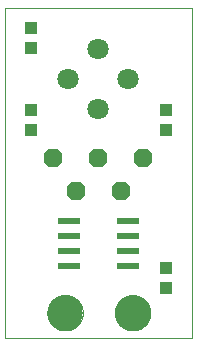
<source format=gbs>
G04 EAGLE Gerber RS-274X export*
G75*
%MOMM*%
%FSLAX34Y34*%
%LPD*%
%INSolder Mask bottom*%
%IPPOS*%
%AMOC8*
5,1,8,0,0,1.08239X$1,22.5*%
G01*
%ADD10C,0.000000*%
%ADD11C,3.000000*%
%ADD12C,1.800000*%
%ADD13R,1.000000X1.100000*%
%ADD14R,1.100000X1.000000*%
%ADD15R,1.981200X0.558800*%
%ADD16P,1.732040X8X22.500000*%


D10*
X845725Y656175D02*
X845730Y656543D01*
X845743Y656911D01*
X845766Y657278D01*
X845797Y657645D01*
X845838Y658011D01*
X845887Y658376D01*
X845946Y658739D01*
X846013Y659101D01*
X846089Y659462D01*
X846175Y659820D01*
X846268Y660176D01*
X846371Y660529D01*
X846482Y660880D01*
X846602Y661228D01*
X846730Y661573D01*
X846867Y661915D01*
X847012Y662254D01*
X847165Y662588D01*
X847327Y662919D01*
X847496Y663246D01*
X847674Y663568D01*
X847859Y663887D01*
X848052Y664200D01*
X848253Y664509D01*
X848461Y664812D01*
X848677Y665110D01*
X848900Y665403D01*
X849130Y665691D01*
X849367Y665973D01*
X849611Y666248D01*
X849861Y666518D01*
X850118Y666782D01*
X850382Y667039D01*
X850652Y667289D01*
X850927Y667533D01*
X851209Y667770D01*
X851497Y668000D01*
X851790Y668223D01*
X852088Y668439D01*
X852391Y668647D01*
X852700Y668848D01*
X853013Y669041D01*
X853332Y669226D01*
X853654Y669404D01*
X853981Y669573D01*
X854312Y669735D01*
X854646Y669888D01*
X854985Y670033D01*
X855327Y670170D01*
X855672Y670298D01*
X856020Y670418D01*
X856371Y670529D01*
X856724Y670632D01*
X857080Y670725D01*
X857438Y670811D01*
X857799Y670887D01*
X858161Y670954D01*
X858524Y671013D01*
X858889Y671062D01*
X859255Y671103D01*
X859622Y671134D01*
X859989Y671157D01*
X860357Y671170D01*
X860725Y671175D01*
X861093Y671170D01*
X861461Y671157D01*
X861828Y671134D01*
X862195Y671103D01*
X862561Y671062D01*
X862926Y671013D01*
X863289Y670954D01*
X863651Y670887D01*
X864012Y670811D01*
X864370Y670725D01*
X864726Y670632D01*
X865079Y670529D01*
X865430Y670418D01*
X865778Y670298D01*
X866123Y670170D01*
X866465Y670033D01*
X866804Y669888D01*
X867138Y669735D01*
X867469Y669573D01*
X867796Y669404D01*
X868118Y669226D01*
X868437Y669041D01*
X868750Y668848D01*
X869059Y668647D01*
X869362Y668439D01*
X869660Y668223D01*
X869953Y668000D01*
X870241Y667770D01*
X870523Y667533D01*
X870798Y667289D01*
X871068Y667039D01*
X871332Y666782D01*
X871589Y666518D01*
X871839Y666248D01*
X872083Y665973D01*
X872320Y665691D01*
X872550Y665403D01*
X872773Y665110D01*
X872989Y664812D01*
X873197Y664509D01*
X873398Y664200D01*
X873591Y663887D01*
X873776Y663568D01*
X873954Y663246D01*
X874123Y662919D01*
X874285Y662588D01*
X874438Y662254D01*
X874583Y661915D01*
X874720Y661573D01*
X874848Y661228D01*
X874968Y660880D01*
X875079Y660529D01*
X875182Y660176D01*
X875275Y659820D01*
X875361Y659462D01*
X875437Y659101D01*
X875504Y658739D01*
X875563Y658376D01*
X875612Y658011D01*
X875653Y657645D01*
X875684Y657278D01*
X875707Y656911D01*
X875720Y656543D01*
X875725Y656175D01*
X875720Y655807D01*
X875707Y655439D01*
X875684Y655072D01*
X875653Y654705D01*
X875612Y654339D01*
X875563Y653974D01*
X875504Y653611D01*
X875437Y653249D01*
X875361Y652888D01*
X875275Y652530D01*
X875182Y652174D01*
X875079Y651821D01*
X874968Y651470D01*
X874848Y651122D01*
X874720Y650777D01*
X874583Y650435D01*
X874438Y650096D01*
X874285Y649762D01*
X874123Y649431D01*
X873954Y649104D01*
X873776Y648782D01*
X873591Y648463D01*
X873398Y648150D01*
X873197Y647841D01*
X872989Y647538D01*
X872773Y647240D01*
X872550Y646947D01*
X872320Y646659D01*
X872083Y646377D01*
X871839Y646102D01*
X871589Y645832D01*
X871332Y645568D01*
X871068Y645311D01*
X870798Y645061D01*
X870523Y644817D01*
X870241Y644580D01*
X869953Y644350D01*
X869660Y644127D01*
X869362Y643911D01*
X869059Y643703D01*
X868750Y643502D01*
X868437Y643309D01*
X868118Y643124D01*
X867796Y642946D01*
X867469Y642777D01*
X867138Y642615D01*
X866804Y642462D01*
X866465Y642317D01*
X866123Y642180D01*
X865778Y642052D01*
X865430Y641932D01*
X865079Y641821D01*
X864726Y641718D01*
X864370Y641625D01*
X864012Y641539D01*
X863651Y641463D01*
X863289Y641396D01*
X862926Y641337D01*
X862561Y641288D01*
X862195Y641247D01*
X861828Y641216D01*
X861461Y641193D01*
X861093Y641180D01*
X860725Y641175D01*
X860357Y641180D01*
X859989Y641193D01*
X859622Y641216D01*
X859255Y641247D01*
X858889Y641288D01*
X858524Y641337D01*
X858161Y641396D01*
X857799Y641463D01*
X857438Y641539D01*
X857080Y641625D01*
X856724Y641718D01*
X856371Y641821D01*
X856020Y641932D01*
X855672Y642052D01*
X855327Y642180D01*
X854985Y642317D01*
X854646Y642462D01*
X854312Y642615D01*
X853981Y642777D01*
X853654Y642946D01*
X853332Y643124D01*
X853013Y643309D01*
X852700Y643502D01*
X852391Y643703D01*
X852088Y643911D01*
X851790Y644127D01*
X851497Y644350D01*
X851209Y644580D01*
X850927Y644817D01*
X850652Y645061D01*
X850382Y645311D01*
X850118Y645568D01*
X849861Y645832D01*
X849611Y646102D01*
X849367Y646377D01*
X849130Y646659D01*
X848900Y646947D01*
X848677Y647240D01*
X848461Y647538D01*
X848253Y647841D01*
X848052Y648150D01*
X847859Y648463D01*
X847674Y648782D01*
X847496Y649104D01*
X847327Y649431D01*
X847165Y649762D01*
X847012Y650096D01*
X846867Y650435D01*
X846730Y650777D01*
X846602Y651122D01*
X846482Y651470D01*
X846371Y651821D01*
X846268Y652174D01*
X846175Y652530D01*
X846089Y652888D01*
X846013Y653249D01*
X845946Y653611D01*
X845887Y653974D01*
X845838Y654339D01*
X845797Y654705D01*
X845766Y655072D01*
X845743Y655439D01*
X845730Y655807D01*
X845725Y656175D01*
D11*
X860725Y656175D03*
D10*
X902875Y656175D02*
X902880Y656543D01*
X902893Y656911D01*
X902916Y657278D01*
X902947Y657645D01*
X902988Y658011D01*
X903037Y658376D01*
X903096Y658739D01*
X903163Y659101D01*
X903239Y659462D01*
X903325Y659820D01*
X903418Y660176D01*
X903521Y660529D01*
X903632Y660880D01*
X903752Y661228D01*
X903880Y661573D01*
X904017Y661915D01*
X904162Y662254D01*
X904315Y662588D01*
X904477Y662919D01*
X904646Y663246D01*
X904824Y663568D01*
X905009Y663887D01*
X905202Y664200D01*
X905403Y664509D01*
X905611Y664812D01*
X905827Y665110D01*
X906050Y665403D01*
X906280Y665691D01*
X906517Y665973D01*
X906761Y666248D01*
X907011Y666518D01*
X907268Y666782D01*
X907532Y667039D01*
X907802Y667289D01*
X908077Y667533D01*
X908359Y667770D01*
X908647Y668000D01*
X908940Y668223D01*
X909238Y668439D01*
X909541Y668647D01*
X909850Y668848D01*
X910163Y669041D01*
X910482Y669226D01*
X910804Y669404D01*
X911131Y669573D01*
X911462Y669735D01*
X911796Y669888D01*
X912135Y670033D01*
X912477Y670170D01*
X912822Y670298D01*
X913170Y670418D01*
X913521Y670529D01*
X913874Y670632D01*
X914230Y670725D01*
X914588Y670811D01*
X914949Y670887D01*
X915311Y670954D01*
X915674Y671013D01*
X916039Y671062D01*
X916405Y671103D01*
X916772Y671134D01*
X917139Y671157D01*
X917507Y671170D01*
X917875Y671175D01*
X918243Y671170D01*
X918611Y671157D01*
X918978Y671134D01*
X919345Y671103D01*
X919711Y671062D01*
X920076Y671013D01*
X920439Y670954D01*
X920801Y670887D01*
X921162Y670811D01*
X921520Y670725D01*
X921876Y670632D01*
X922229Y670529D01*
X922580Y670418D01*
X922928Y670298D01*
X923273Y670170D01*
X923615Y670033D01*
X923954Y669888D01*
X924288Y669735D01*
X924619Y669573D01*
X924946Y669404D01*
X925268Y669226D01*
X925587Y669041D01*
X925900Y668848D01*
X926209Y668647D01*
X926512Y668439D01*
X926810Y668223D01*
X927103Y668000D01*
X927391Y667770D01*
X927673Y667533D01*
X927948Y667289D01*
X928218Y667039D01*
X928482Y666782D01*
X928739Y666518D01*
X928989Y666248D01*
X929233Y665973D01*
X929470Y665691D01*
X929700Y665403D01*
X929923Y665110D01*
X930139Y664812D01*
X930347Y664509D01*
X930548Y664200D01*
X930741Y663887D01*
X930926Y663568D01*
X931104Y663246D01*
X931273Y662919D01*
X931435Y662588D01*
X931588Y662254D01*
X931733Y661915D01*
X931870Y661573D01*
X931998Y661228D01*
X932118Y660880D01*
X932229Y660529D01*
X932332Y660176D01*
X932425Y659820D01*
X932511Y659462D01*
X932587Y659101D01*
X932654Y658739D01*
X932713Y658376D01*
X932762Y658011D01*
X932803Y657645D01*
X932834Y657278D01*
X932857Y656911D01*
X932870Y656543D01*
X932875Y656175D01*
X932870Y655807D01*
X932857Y655439D01*
X932834Y655072D01*
X932803Y654705D01*
X932762Y654339D01*
X932713Y653974D01*
X932654Y653611D01*
X932587Y653249D01*
X932511Y652888D01*
X932425Y652530D01*
X932332Y652174D01*
X932229Y651821D01*
X932118Y651470D01*
X931998Y651122D01*
X931870Y650777D01*
X931733Y650435D01*
X931588Y650096D01*
X931435Y649762D01*
X931273Y649431D01*
X931104Y649104D01*
X930926Y648782D01*
X930741Y648463D01*
X930548Y648150D01*
X930347Y647841D01*
X930139Y647538D01*
X929923Y647240D01*
X929700Y646947D01*
X929470Y646659D01*
X929233Y646377D01*
X928989Y646102D01*
X928739Y645832D01*
X928482Y645568D01*
X928218Y645311D01*
X927948Y645061D01*
X927673Y644817D01*
X927391Y644580D01*
X927103Y644350D01*
X926810Y644127D01*
X926512Y643911D01*
X926209Y643703D01*
X925900Y643502D01*
X925587Y643309D01*
X925268Y643124D01*
X924946Y642946D01*
X924619Y642777D01*
X924288Y642615D01*
X923954Y642462D01*
X923615Y642317D01*
X923273Y642180D01*
X922928Y642052D01*
X922580Y641932D01*
X922229Y641821D01*
X921876Y641718D01*
X921520Y641625D01*
X921162Y641539D01*
X920801Y641463D01*
X920439Y641396D01*
X920076Y641337D01*
X919711Y641288D01*
X919345Y641247D01*
X918978Y641216D01*
X918611Y641193D01*
X918243Y641180D01*
X917875Y641175D01*
X917507Y641180D01*
X917139Y641193D01*
X916772Y641216D01*
X916405Y641247D01*
X916039Y641288D01*
X915674Y641337D01*
X915311Y641396D01*
X914949Y641463D01*
X914588Y641539D01*
X914230Y641625D01*
X913874Y641718D01*
X913521Y641821D01*
X913170Y641932D01*
X912822Y642052D01*
X912477Y642180D01*
X912135Y642317D01*
X911796Y642462D01*
X911462Y642615D01*
X911131Y642777D01*
X910804Y642946D01*
X910482Y643124D01*
X910163Y643309D01*
X909850Y643502D01*
X909541Y643703D01*
X909238Y643911D01*
X908940Y644127D01*
X908647Y644350D01*
X908359Y644580D01*
X908077Y644817D01*
X907802Y645061D01*
X907532Y645311D01*
X907268Y645568D01*
X907011Y645832D01*
X906761Y646102D01*
X906517Y646377D01*
X906280Y646659D01*
X906050Y646947D01*
X905827Y647240D01*
X905611Y647538D01*
X905403Y647841D01*
X905202Y648150D01*
X905009Y648463D01*
X904824Y648782D01*
X904646Y649104D01*
X904477Y649431D01*
X904315Y649762D01*
X904162Y650096D01*
X904017Y650435D01*
X903880Y650777D01*
X903752Y651122D01*
X903632Y651470D01*
X903521Y651821D01*
X903418Y652174D01*
X903325Y652530D01*
X903239Y652888D01*
X903163Y653249D01*
X903096Y653611D01*
X903037Y653974D01*
X902988Y654339D01*
X902947Y654705D01*
X902916Y655072D01*
X902893Y655439D01*
X902880Y655807D01*
X902875Y656175D01*
D11*
X917875Y656175D03*
D10*
X968375Y914400D02*
X809625Y914400D01*
X809625Y635000D01*
X968375Y635000D02*
X968375Y914400D01*
X968375Y635000D02*
X809625Y635000D01*
D12*
X863600Y854075D03*
X889000Y828675D03*
X914400Y854075D03*
X889000Y879475D03*
D13*
X831850Y897500D03*
X831850Y880500D03*
X946150Y694300D03*
X946150Y677300D03*
D14*
X946150Y827650D03*
X946150Y810650D03*
X831850Y827650D03*
X831850Y810650D03*
D15*
X864362Y695325D03*
X864362Y708025D03*
X864362Y720725D03*
X864362Y733425D03*
X913638Y733425D03*
X913638Y720725D03*
X913638Y708025D03*
X913638Y695325D03*
D16*
X927100Y787400D03*
X908050Y758825D03*
X889000Y787400D03*
X869950Y758825D03*
X850900Y787400D03*
M02*

</source>
